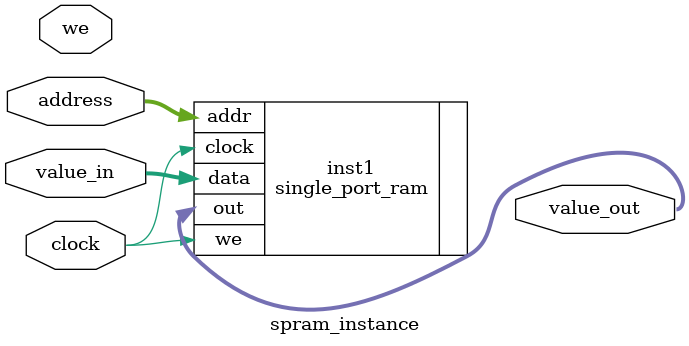
<source format=v>
module spram_instance(
	address,
	value_in,
	we,
	clock,
	value_out,
);

	parameter WIDTH = 16;	// Bit width
	parameter DEPTH = 8;	// Bit depth

/*  Input Declaration */
	input	[DEPTH-1:0] 	address;
	input 	[WIDTH-1:0]		value_in;
	input 	we;
	input   clock;

	/*  Output Declaration */
	output	[WIDTH-1:0] 	value_out;

	defparam inst1.ADDR_WIDTH = DEPTH; 
	defparam inst1.DATA_WIDTH = WIDTH;
	single_port_ram inst1 (
		.addr	( address ),
		.data	( value_in ),
		.we		( clock ),
		.clock  ( clock ),
		.out	( value_out )
	);

endmodule


</source>
